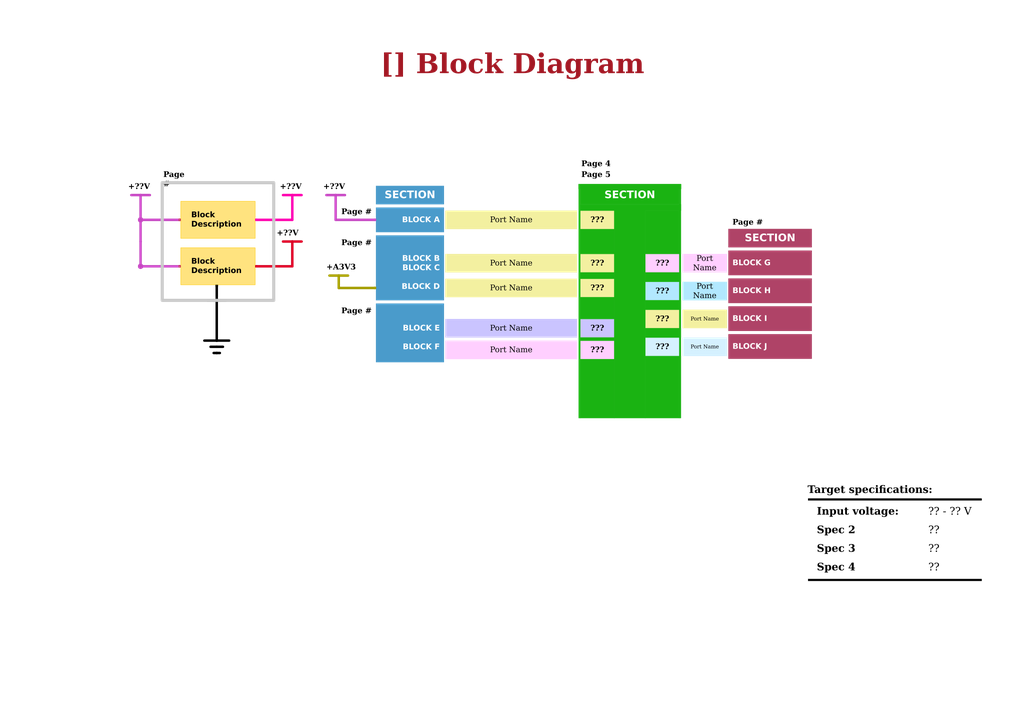
<source format=kicad_sch>
(kicad_sch
	(version 20231120)
	(generator "eeschema")
	(generator_version "8.0")
	(uuid "d4440dba-022e-49b2-97f2-6fc1871c7304")
	(paper "A3")
	(title_block
		(title "Block Diagram")
		(date "Last Modified Date")
		(rev "${REVISION}")
		(company "${COMPANY}")
	)
	(lib_symbols)
	(polyline
		(pts
			(xy 119.888 99.06) (xy 116.078 99.06)
		)
		(stroke
			(width 1.016)
			(type default)
			(color 212 0 32 1)
		)
		(uuid "0ad822fe-b2bf-4728-8a43-796a70a9fcef")
	)
	(polyline
		(pts
			(xy 137.668 80.01) (xy 141.478 80.01)
		)
		(stroke
			(width 1.016)
			(type default)
			(color 198 71 194 1)
		)
		(uuid "0c4f2c87-5668-4ab3-9f54-bb552b1160e0")
	)
	(polyline
		(pts
			(xy 105.156 90.17) (xy 119.888 90.17)
		)
		(stroke
			(width 1.016)
			(type default)
			(color 255 0 171 1)
		)
		(uuid "0ed64fab-7c93-4b9e-8488-f7bf9ddb0328")
	)
	(polyline
		(pts
			(xy 153.67 118.11) (xy 138.938 118.11)
		)
		(stroke
			(width 1.016)
			(type default)
			(color 162 155 0 1)
		)
		(uuid "10164b1f-38dc-4229-b35a-0e6d2f6fb9c8")
	)
	(polyline
		(pts
			(xy 88.9 139.7) (xy 93.98 139.7)
		)
		(stroke
			(width 1.016)
			(type default)
			(color 0 0 0 1)
		)
		(uuid "108b3f3d-7870-4a32-a39e-da98900ff511")
	)
	(polyline
		(pts
			(xy 153.67 90.17) (xy 137.668 90.17)
		)
		(stroke
			(width 1.016)
			(type default)
			(color 198 71 194 1)
		)
		(uuid "12ef2ddf-0ea9-47cc-b3da-b713337e7a4d")
	)
	(polyline
		(pts
			(xy 119.888 80.01) (xy 116.078 80.01)
		)
		(stroke
			(width 1.016)
			(type default)
			(color 255 0 171 1)
		)
		(uuid "1b0d0315-6656-4680-af25-b250f62ec5f3")
	)
	(polyline
		(pts
			(xy 57.658 80.01) (xy 57.658 90.17)
		)
		(stroke
			(width 1.016)
			(type default)
			(color 198 71 194 1)
		)
		(uuid "21a79648-61f0-4be6-a4a4-b98eeda65143")
	)
	(polyline
		(pts
			(xy 133.858 80.01) (xy 137.668 80.01)
		)
		(stroke
			(width 1.016)
			(type default)
			(color 198 71 194 1)
		)
		(uuid "21ea9e82-75fb-4584-ad6e-013b648b8538")
	)
	(polyline
		(pts
			(xy 119.888 99.06) (xy 119.888 109.22)
		)
		(stroke
			(width 1.016)
			(type default)
			(color 212 0 32 1)
		)
		(uuid "3a635095-522b-4f51-99df-2ea15d8aad82")
	)
	(polyline
		(pts
			(xy 138.938 113.03) (xy 142.748 113.03)
		)
		(stroke
			(width 1.016)
			(type default)
			(color 162 155 0 1)
		)
		(uuid "42197f6a-163c-4d9b-9d4e-be2b85d91c6d")
	)
	(polyline
		(pts
			(xy 90.17 144.78) (xy 88.9 144.78)
		)
		(stroke
			(width 1.016)
			(type default)
			(color 0 0 0 1)
		)
		(uuid "4843f438-0be6-4237-8e1d-81ed69202607")
	)
	(polyline
		(pts
			(xy 57.658 99.06) (xy 57.658 109.22)
		)
		(stroke
			(width 1.016)
			(type default)
			(color 198 71 194 1)
		)
		(uuid "53c7b6a5-f8b1-4162-bb5e-e28f608fc7b0")
	)
	(polyline
		(pts
			(xy 123.698 80.01) (xy 119.888 80.01)
		)
		(stroke
			(width 1.016)
			(type default)
			(color 255 0 171 1)
		)
		(uuid "5b1ffc3a-ecff-4205-9887-1fde1b3f29c7")
	)
	(polyline
		(pts
			(xy 83.82 139.7) (xy 88.9 139.7)
		)
		(stroke
			(width 1.016)
			(type default)
			(color 0 0 0 1)
		)
		(uuid "5c614747-4d35-44e5-a560-7918f1e9dd9d")
	)
	(polyline
		(pts
			(xy 57.658 90.17) (xy 57.658 99.06)
		)
		(stroke
			(width 1.016)
			(type default)
			(color 198 71 194 1)
		)
		(uuid "5ef7bb03-210f-4261-8725-59c7015ea800")
	)
	(polyline
		(pts
			(xy 73.66 109.22) (xy 57.658 109.22)
		)
		(stroke
			(width 1.016)
			(type default)
			(color 198 71 194 1)
		)
		(uuid "60c6e967-0c41-4893-b325-74fb054b4d29")
	)
	(polyline
		(pts
			(xy 73.66 90.17) (xy 57.658 90.17)
		)
		(stroke
			(width 1.016)
			(type default)
			(color 198 71 194 1)
		)
		(uuid "734689b6-313b-4ec0-8e2e-e0b491f895c4")
	)
	(polyline
		(pts
			(xy 53.848 80.01) (xy 57.658 80.01)
		)
		(stroke
			(width 1.016)
			(type default)
			(color 198 71 194 1)
		)
		(uuid "7ae1c493-e7e4-4dbb-bb88-6bab6e4eaeb6")
	)
	(polyline
		(pts
			(xy 57.658 80.01) (xy 61.468 80.01)
		)
		(stroke
			(width 1.016)
			(type default)
			(color 198 71 194 1)
		)
		(uuid "8c32da8a-4531-44a0-8824-bbf140ba9e6a")
	)
	(polyline
		(pts
			(xy 88.9 117.348) (xy 88.9 139.7)
		)
		(stroke
			(width 1.016)
			(type default)
			(color 0 0 0 1)
		)
		(uuid "8f1e723c-cb46-42d5-9f0d-53653b347507")
	)
	(polyline
		(pts
			(xy 88.9 123.19) (xy 85.09 123.19)
		)
		(stroke
			(width 1.016)
			(type default)
			(color 0 0 0 1)
		)
		(uuid "906413a8-3629-4e1f-a212-33f5f54b8ca3")
	)
	(polyline
		(pts
			(xy 137.668 80.01) (xy 137.668 90.17)
		)
		(stroke
			(width 1.016)
			(type default)
			(color 198 71 194 1)
		)
		(uuid "9e94e400-0ca7-4a19-9721-e89096fc8ef1")
	)
	(polyline
		(pts
			(xy 88.9 144.78) (xy 87.63 144.78)
		)
		(stroke
			(width 1.016)
			(type default)
			(color 0 0 0 1)
		)
		(uuid "9fd90c44-7057-4a26-a7ab-c33c5beb28e1")
	)
	(polyline
		(pts
			(xy 92.71 123.19) (xy 88.9 123.19)
		)
		(stroke
			(width 1.016)
			(type default)
			(color 0 0 0 1)
		)
		(uuid "a28c6aa9-e851-4c4a-a8b6-364b13034eaf")
	)
	(polyline
		(pts
			(xy 119.888 80.01) (xy 119.888 90.17)
		)
		(stroke
			(width 1.016)
			(type default)
			(color 255 0 171 1)
		)
		(uuid "a322456e-1e18-4992-b811-547b83e46d9a")
	)
	(polyline
		(pts
			(xy 123.698 99.06) (xy 119.888 99.06)
		)
		(stroke
			(width 1.016)
			(type default)
			(color 212 0 32 1)
		)
		(uuid "a97da915-ffc2-43ac-80c4-e7eb9cf7c5a5")
	)
	(polyline
		(pts
			(xy 138.938 113.03) (xy 138.938 118.11)
		)
		(stroke
			(width 1.016)
			(type default)
			(color 162 155 0 1)
		)
		(uuid "d3dfefd7-14b2-42bf-bfc0-0b28c195ff97")
	)
	(polyline
		(pts
			(xy 91.44 142.24) (xy 88.9 142.24)
		)
		(stroke
			(width 1.016)
			(type default)
			(color 0 0 0 1)
		)
		(uuid "e812ef17-820a-4d51-ab4b-214bf4a7ff4f")
	)
	(polyline
		(pts
			(xy 105.156 109.22) (xy 119.888 109.22)
		)
		(stroke
			(width 1.016)
			(type default)
			(color 212 0 32 1)
		)
		(uuid "e98c2a4a-d187-46a2-8813-e5c9e3527045")
	)
	(polyline
		(pts
			(xy 88.9 142.24) (xy 86.36 142.24)
		)
		(stroke
			(width 1.016)
			(type default)
			(color 0 0 0 1)
		)
		(uuid "ecec9f07-c25e-4a64-8539-dbb99696f340")
	)
	(polyline
		(pts
			(xy 135.128 113.03) (xy 138.938 113.03)
		)
		(stroke
			(width 1.016)
			(type default)
			(color 162 155 0 1)
		)
		(uuid "fcad9baf-054e-4bf8-8a63-c65f2b19baea")
	)
	(rectangle
		(start 104.775 108.839)
		(end 105.41 109.601)
		(stroke
			(width 0.25)
			(type default)
			(color 212 0 32 1)
		)
		(fill
			(type color)
			(color 212 0 32 1)
		)
		(uuid 0237e457-1554-43e7-a04a-9bbc304cb750)
	)
	(rectangle
		(start 237.998 147.32)
		(end 251.968 171.45)
		(stroke
			(width 0)
			(type default)
			(color 26 179 18 1)
		)
		(fill
			(type color)
			(color 26 179 18 1)
		)
		(uuid 05c43237-d989-46c7-a838-1fe3e687d325)
	)
	(rectangle
		(start 73.406 108.839)
		(end 74.041 109.601)
		(stroke
			(width 0.25)
			(type default)
			(color 200 50 50 1)
		)
		(fill
			(type color)
			(color 200 50 50 1)
		)
		(uuid 0d430dd7-6ee0-49d3-a0fa-6967402d4a3a)
	)
	(rectangle
		(start 264.668 123.19)
		(end 278.638 127)
		(stroke
			(width 0)
			(type default)
			(color 26 179 18 1)
		)
		(fill
			(type color)
			(color 26 179 18 1)
		)
		(uuid 18d023c4-e3f0-46c9-87ca-5d30d9cdf2c3)
	)
	(rectangle
		(start 74.168 82.55)
		(end 104.648 97.79)
		(stroke
			(width 0)
			(type default)
			(color 255 200 0 0.5019607843)
		)
		(fill
			(type color)
			(color 255 200 0 0.5019607843)
		)
		(uuid 2d9051c0-06cf-4e3a-9d86-de06c0d33079)
	)
	(rectangle
		(start 73.406 89.789)
		(end 74.041 90.551)
		(stroke
			(width 0.25)
			(type default)
			(color 200 50 50 1)
		)
		(fill
			(type color)
			(color 200 50 50 1)
		)
		(uuid 3070d984-75bc-40bb-a077-beeef2510c95)
	)
	(rectangle
		(start 237.998 121.92)
		(end 251.968 130.81)
		(stroke
			(width 0)
			(type default)
			(color 26 179 18 1)
		)
		(fill
			(type color)
			(color 26 179 18 1)
		)
		(uuid 39c3df59-f9d6-4c44-9610-c14f06418e27)
	)
	(rectangle
		(start 264.668 146.05)
		(end 278.638 171.45)
		(stroke
			(width 0)
			(type default)
			(color 26 179 18 1)
		)
		(fill
			(type color)
			(color 26 179 18 1)
		)
		(uuid 3a6c1391-840d-4a80-9739-78b63fe94339)
	)
	(rectangle
		(start 237.998 138.43)
		(end 251.968 139.7)
		(stroke
			(width 0)
			(type default)
			(color 26 179 18 1)
		)
		(fill
			(type color)
			(color 26 179 18 1)
		)
		(uuid 421816ca-5f12-4e86-8e69-316b379c8971)
	)
	(rectangle
		(start 237.363 75.565)
		(end 279.273 77.47)
		(stroke
			(width 0.254)
			(type default)
			(color 26 179 18 1)
		)
		(fill
			(type color)
			(color 26 179 18 1)
		)
		(uuid 55bb8f5d-1716-457c-ab18-7887e7f79c32)
	)
	(circle
		(center 57.658 109.22)
		(radius 1.016)
		(stroke
			(width 0)
			(type default)
			(color 198 71 194 1)
		)
		(fill
			(type color)
			(color 198 71 194 1)
		)
		(uuid 58ff020c-c0fb-495a-a8a3-92972d07ced1)
	)
	(rectangle
		(start 153.543 89.789)
		(end 154.178 90.551)
		(stroke
			(width 0.25)
			(type default)
			(color 198 71 194 1)
		)
		(fill
			(type color)
			(color 198 71 194 1)
		)
		(uuid 71a7bc8d-71ba-4784-b706-1c489dd4699b)
	)
	(rectangle
		(start 237.998 111.76)
		(end 251.968 114.3)
		(stroke
			(width 0)
			(type default)
			(color 26 179 18 1)
		)
		(fill
			(type color)
			(color 26 179 18 1)
		)
		(uuid 7b3048d9-9f27-43c5-89d8-687bf1563aee)
	)
	(rectangle
		(start 278.638 75.565)
		(end 279.273 171.45)
		(stroke
			(width 0)
			(type default)
			(color 26 179 18 1)
		)
		(fill
			(type color)
			(color 26 179 18 1)
		)
		(uuid 82b7fc9f-5c53-4bad-ac33-36ff04086978)
	)
	(rectangle
		(start 331.47 237.49)
		(end 402.59 238.252)
		(stroke
			(width 0)
			(type default)
			(color 0 0 0 1)
		)
		(fill
			(type color)
			(color 0 0 0 1)
		)
		(uuid 8956a1c0-282a-4b1e-927b-8bc74278d14f)
	)
	(rectangle
		(start 74.168 101.6)
		(end 104.648 116.84)
		(stroke
			(width 0)
			(type default)
			(color 255 200 0 0.5019607843)
		)
		(fill
			(type color)
			(color 255 200 0 0.5019607843)
		)
		(uuid a47826fc-526c-4a52-84ae-b6a04e3e3b0c)
	)
	(rectangle
		(start 237.998 83.82)
		(end 279.273 86.36)
		(stroke
			(width 0)
			(type default)
			(color 26 179 18 1)
		)
		(fill
			(type color)
			(color 26 179 18 1)
		)
		(uuid a952ed71-59f7-4034-9137-c9beed0052e5)
	)
	(rectangle
		(start 66.548 74.93)
		(end 112.268 123.19)
		(stroke
			(width 1.27)
			(type default)
			(color 200 200 200 1)
		)
		(fill
			(type none)
		)
		(uuid b5318274-8945-46d8-99fc-2fb62def5b67)
	)
	(rectangle
		(start 251.968 85.725)
		(end 264.668 171.45)
		(stroke
			(width 0)
			(type default)
			(color 26 179 18 1)
		)
		(fill
			(type color)
			(color 26 179 18 1)
		)
		(uuid b5912d90-a2e6-47a8-b37f-79df93690db6)
	)
	(rectangle
		(start 88.392 116.84)
		(end 89.408 117.602)
		(stroke
			(width 0.001)
			(type default)
			(color 0 0 0 1)
		)
		(fill
			(type color)
			(color 0 0 0 1)
		)
		(uuid b708d319-09b2-4d42-8c3b-186b2ae54113)
	)
	(rectangle
		(start 264.668 134.62)
		(end 278.638 138.43)
		(stroke
			(width 0)
			(type default)
			(color 26 179 18 1)
		)
		(fill
			(type color)
			(color 26 179 18 1)
		)
		(uuid bdbbf18e-6f1e-46bc-83ed-402e06ceb661)
	)
	(rectangle
		(start 264.668 111.76)
		(end 278.638 115.57)
		(stroke
			(width 0)
			(type default)
			(color 26 179 18 1)
		)
		(fill
			(type color)
			(color 26 179 18 1)
		)
		(uuid be3f6889-490c-44fa-9418-f01ed8476be7)
	)
	(rectangle
		(start 264.668 86.36)
		(end 278.638 104.14)
		(stroke
			(width 0)
			(type default)
			(color 26 179 18 1)
		)
		(fill
			(type color)
			(color 26 179 18 1)
		)
		(uuid cdf72398-0431-4b4b-8fdb-00fcbee68e2a)
	)
	(rectangle
		(start 331.47 204.47)
		(end 402.59 205.232)
		(stroke
			(width 0)
			(type default)
			(color 0 0 0 1)
		)
		(fill
			(type color)
			(color 0 0 0 1)
		)
		(uuid d631d51a-2515-45dc-a2c0-e57c4fee46cd)
	)
	(rectangle
		(start 237.363 75.565)
		(end 237.998 171.45)
		(stroke
			(width 0)
			(type default)
			(color 26 179 18 1)
		)
		(fill
			(type color)
			(color 26 179 18 1)
		)
		(uuid d92c43be-acae-42f6-9179-96820bcc6ef2)
	)
	(rectangle
		(start 104.775 89.789)
		(end 105.41 90.551)
		(stroke
			(width 0.25)
			(type default)
			(color 255 0 171 1)
		)
		(fill
			(type color)
			(color 255 0 171 1)
		)
		(uuid e7ce496d-41ff-4f99-ad4b-3310127e6767)
	)
	(rectangle
		(start 153.543 117.729)
		(end 154.178 118.491)
		(stroke
			(width 0.25)
			(type default)
			(color 162 155 0 1)
		)
		(fill
			(type color)
			(color 162 155 0 1)
		)
		(uuid f2563de6-36a4-46ea-b401-ec1c1b726413)
	)
	(rectangle
		(start 237.998 93.98)
		(end 251.968 104.14)
		(stroke
			(width 0)
			(type default)
			(color 26 179 18 1)
		)
		(fill
			(type color)
			(color 26 179 18 1)
		)
		(uuid f4ff3a95-a29b-44f5-99fe-90e2d6c5e225)
	)
	(circle
		(center 57.658 90.17)
		(radius 1.016)
		(stroke
			(width 0)
			(type default)
			(color 198 71 194 1)
		)
		(fill
			(type color)
			(color 198 71 194 1)
		)
		(uuid f91516a8-4921-4198-b3b9-99239f4ff99a)
	)
	(text_box "Spec 3"
		(exclude_from_sim no)
		(at 332.74 220.98 0)
		(size 41.91 7.62)
		(stroke
			(width -0.0001)
			(type default)
		)
		(fill
			(type none)
		)
		(effects
			(font
				(face "Times New Roman")
				(size 3.048 3.048)
				(thickness 0.4572)
				(bold yes)
				(color 0 0 0 1)
			)
			(justify left top)
		)
		(uuid "094af17b-7d27-428a-ac7d-32c4461d72c7")
	)
	(text_box "Block\nDescription"
		(exclude_from_sim no)
		(at 76.708 104.14 0)
		(size 25.4 10.16)
		(stroke
			(width -0.0001)
			(type default)
		)
		(fill
			(type none)
		)
		(effects
			(font
				(face "Arial")
				(size 2.286 2.286)
				(thickness 0.254)
				(bold yes)
				(color 0 0 0 1)
			)
			(justify left top)
		)
		(uuid "09ba23be-b0e7-4b83-8609-d145cf0340f4")
	)
	(text_box "???"
		(exclude_from_sim no)
		(at 237.998 104.14 0)
		(size 13.97 7.62)
		(stroke
			(width -0.0001)
			(type default)
		)
		(fill
			(type color)
			(color 243 240 160 1)
		)
		(effects
			(font
				(face "Times New Roman")
				(size 2.286 2.286)
				(bold yes)
				(color 0 0 0 1)
			)
		)
		(uuid "0aa0c4e1-070f-42df-94e3-eb4334e328f3")
	)
	(text_box "Spec 2"
		(exclude_from_sim no)
		(at 332.74 213.36 0)
		(size 43.18 7.62)
		(stroke
			(width -0.0001)
			(type default)
		)
		(fill
			(type none)
		)
		(effects
			(font
				(face "Times New Roman")
				(size 3.048 3.048)
				(thickness 0.4572)
				(bold yes)
				(color 0 0 0 1)
			)
			(justify left top)
		)
		(uuid "16ff5c12-a59a-498f-9a58-8440cea84b9d")
	)
	(text_box "Port Name"
		(exclude_from_sim no)
		(at 182.626 104.14 0)
		(size 54.102 7.62)
		(stroke
			(width -0.0001)
			(type default)
		)
		(fill
			(type color)
			(color 243 240 160 1)
		)
		(effects
			(font
				(face "Times New Roman")
				(size 2.286 2.286)
				(italic yes)
				(color 0 0 0 1)
			)
		)
		(uuid "1987247e-db63-4ffa-a72e-634d9843c64c")
	)
	(text_box "SECTION"
		(exclude_from_sim no)
		(at 237.998 76.2 0)
		(size 40.64 7.62)
		(stroke
			(width -0.0001)
			(type default)
		)
		(fill
			(type color)
			(color 26 179 18 1)
		)
		(effects
			(font
				(face "Arial")
				(size 3.048 3.048)
				(bold yes)
				(color 255 255 255 1)
			)
		)
		(uuid "1d0d83c3-74d6-4a1f-8c3f-65fbe3fb5ec9")
	)
	(text_box "Port Name"
		(exclude_from_sim no)
		(at 182.626 139.7 0)
		(size 54.102 7.62)
		(stroke
			(width -0.0001)
			(type default)
		)
		(fill
			(type color)
			(color 255 207 255 1)
		)
		(effects
			(font
				(face "Times New Roman")
				(size 2.286 2.286)
				(italic yes)
				(color 0 0 0 1)
			)
		)
		(uuid "205684f9-9b3f-4aef-bbd6-2a2cbf506b65")
	)
	(text_box "???"
		(exclude_from_sim no)
		(at 237.998 114.3 0)
		(size 13.97 7.62)
		(stroke
			(width -0.0001)
			(type default)
		)
		(fill
			(type color)
			(color 243 240 160 1)
		)
		(effects
			(font
				(face "Times New Roman")
				(size 2.286 2.286)
				(bold yes)
				(color 0 0 0 1)
			)
		)
		(uuid "2576afd7-0caa-4c76-bd9f-222a1d2c4dc0")
	)
	(text_box "???"
		(exclude_from_sim no)
		(at 237.998 86.36 0)
		(size 13.97 7.62)
		(stroke
			(width -0.0001)
			(type default)
		)
		(fill
			(type color)
			(color 243 240 160 1)
		)
		(effects
			(font
				(face "Times New Roman")
				(size 2.286 2.286)
				(bold yes)
				(color 0 0 0 1)
			)
		)
		(uuid "29f18459-3b0c-4e53-a96d-cae677d37f45")
	)
	(text_box "Page #"
		(exclude_from_sim no)
		(at 298.704 88.138 0)
		(size 17.78 5.08)
		(stroke
			(width -0.0001)
			(type default)
		)
		(fill
			(type none)
		)
		(effects
			(font
				(face "Times New Roman")
				(size 2.286 2.286)
				(thickness 0.4572)
				(bold yes)
				(color 0 0 0 1)
			)
			(justify left top)
			(href "#8")
		)
		(uuid "2c748904-640a-4790-9cd3-81e6145a1f3e")
	)
	(text_box "Port Name"
		(exclude_from_sim no)
		(at 279.908 104.14 0)
		(size 18.288 7.62)
		(stroke
			(width -0.0001)
			(type default)
		)
		(fill
			(type color)
			(color 255 207 255 1)
		)
		(effects
			(font
				(face "Times New Roman")
				(size 2.286 2.286)
				(italic yes)
				(color 0 0 0 1)
			)
		)
		(uuid "2eccac48-a697-4b98-a3f1-dcbeefca3094")
	)
	(text_box "Input voltage:"
		(exclude_from_sim no)
		(at 332.74 205.74 0)
		(size 41.91 7.62)
		(stroke
			(width -0.0001)
			(type default)
		)
		(fill
			(type none)
		)
		(effects
			(font
				(face "Times New Roman")
				(size 3.048 3.048)
				(thickness 0.4572)
				(bold yes)
				(color 0 0 0 1)
			)
			(justify left top)
		)
		(uuid "347e7e61-7c93-449c-8c65-b1d74937394e")
	)
	(text_box "Port Name"
		(exclude_from_sim no)
		(at 182.626 86.36 0)
		(size 54.102 7.62)
		(stroke
			(width -0.0001)
			(type default)
		)
		(fill
			(type color)
			(color 243 240 160 1)
		)
		(effects
			(font
				(face "Times New Roman")
				(size 2.286 2.286)
				(italic yes)
				(color 0 0 0 1)
			)
		)
		(uuid "34f97dad-9bc3-424e-b006-bedf003458aa")
	)
	(text_box "??"
		(exclude_from_sim no)
		(at 378.46 228.6 0)
		(size 24.13 7.62)
		(stroke
			(width -0.0001)
			(type default)
		)
		(fill
			(type none)
		)
		(effects
			(font
				(face "Times New Roman")
				(size 3.048 3.048)
				(color 0 0 0 1)
			)
			(justify left top)
		)
		(uuid "37354c60-dbdb-4aa1-a2b0-e6db1fd7a12e")
	)
	(text_box "??"
		(exclude_from_sim no)
		(at 378.46 213.36 0)
		(size 24.13 7.62)
		(stroke
			(width -0.0001)
			(type default)
		)
		(fill
			(type none)
		)
		(effects
			(font
				(face "Times New Roman")
				(size 3.048 3.048)
				(color 0 0 0 1)
			)
			(justify left top)
		)
		(uuid "3d9a8928-04fd-4c32-8894-e3210045027d")
	)
	(text_box "\nBLOCK E\n\nBLOCK F"
		(exclude_from_sim no)
		(at 154.178 124.46 0)
		(size 27.94 24.13)
		(stroke
			(width -0.0001)
			(type default)
		)
		(fill
			(type color)
			(color 74 155 203 1)
		)
		(effects
			(font
				(face "Arial")
				(size 2.286 2.286)
				(bold yes)
				(color 255 255 255 1)
			)
			(justify right)
		)
		(uuid "4299d747-90ff-4a47-9b32-97c12f9ab979")
	)
	(text_box "Port Name"
		(exclude_from_sim no)
		(at 279.908 127 0)
		(size 18.288 7.62)
		(stroke
			(width -0.0001)
			(type default)
		)
		(fill
			(type color)
			(color 243 240 160 1)
		)
		(effects
			(font
				(face "Times New Roman")
				(size 1.524 1.524)
				(italic yes)
				(color 0 0 0 1)
			)
		)
		(uuid "4616f06b-0c0c-4da0-aaa7-60ade012707d")
	)
	(text_box "Port Name"
		(exclude_from_sim no)
		(at 182.626 130.81 0)
		(size 54.102 7.62)
		(stroke
			(width -0.0001)
			(type default)
		)
		(fill
			(type color)
			(color 202 196 255 1)
		)
		(effects
			(font
				(face "Times New Roman")
				(size 2.286 2.286)
				(italic yes)
				(color 0 0 0 1)
			)
		)
		(uuid "4be2fbb4-9521-4c43-b13b-45298595a8b7")
	)
	(text_box "SECTION"
		(exclude_from_sim no)
		(at 298.704 93.853 0)
		(size 34.29 7.62)
		(stroke
			(width -0.0001)
			(type default)
		)
		(fill
			(type color)
			(color 175 67 103 1)
		)
		(effects
			(font
				(face "Arial")
				(size 3.048 3.048)
				(bold yes)
				(color 255 255 255 1)
			)
		)
		(uuid "50f90389-4852-4d94-a1e5-f12357304e05")
	)
	(text_box "BLOCK A"
		(exclude_from_sim no)
		(at 154.178 85.09 0)
		(size 27.94 10.16)
		(stroke
			(width -0.0001)
			(type default)
		)
		(fill
			(type color)
			(color 74 155 203 1)
		)
		(effects
			(font
				(face "Arial")
				(size 2.286 2.286)
				(bold yes)
				(color 255 255 255 1)
			)
			(justify right)
		)
		(uuid "5a2e6555-9060-4d4a-9a34-a05560ac30d8")
	)
	(text_box "BLOCK I"
		(exclude_from_sim no)
		(at 298.704 125.603 0)
		(size 34.29 10.16)
		(stroke
			(width -0.0001)
			(type default)
		)
		(fill
			(type color)
			(color 175 67 103 1)
		)
		(effects
			(font
				(face "Arial")
				(size 2.286 2.286)
				(bold yes)
				(color 255 255 255 1)
			)
			(justify left)
		)
		(uuid "5f14182b-c93f-4d15-9db7-1a029aadad7b")
	)
	(text_box "BLOCK G"
		(exclude_from_sim no)
		(at 298.704 102.743 0)
		(size 34.29 10.16)
		(stroke
			(width -0.0001)
			(type default)
		)
		(fill
			(type color)
			(color 175 67 103 1)
		)
		(effects
			(font
				(face "Arial")
				(size 2.286 2.286)
				(bold yes)
				(color 255 255 255 1)
			)
			(justify left)
		)
		(uuid "6f80972b-0868-4998-bb39-1d5e548cee7c")
	)
	(text_box "[${#}] ${TITLE}"
		(exclude_from_sim no)
		(at 144.78 20.32 0)
		(size 130.81 12.7)
		(stroke
			(width -0.0001)
			(type default)
		)
		(fill
			(type none)
		)
		(effects
			(font
				(face "Times New Roman")
				(size 8 8)
				(thickness 1.2)
				(bold yes)
				(color 162 22 34 1)
			)
		)
		(uuid "73b2b29c-2473-4e80-be0b-4f57c6856c3e")
	)
	(text_box "Page #"
		(exclude_from_sim no)
		(at 65.278 68.58 0)
		(size 13.97 5.08)
		(stroke
			(width -0.0001)
			(type default)
		)
		(fill
			(type none)
		)
		(effects
			(font
				(face "Times New Roman")
				(size 2.286 2.286)
				(thickness 0.4572)
				(bold yes)
				(color 0 0 0 1)
			)
			(justify left top)
		)
		(uuid "7d0acf89-7773-4e7f-ac89-c1f23d71a151")
	)
	(text_box "Page #"
		(exclude_from_sim no)
		(at 136.398 124.46 0)
		(size 17.78 5.08)
		(stroke
			(width -0.0001)
			(type default)
		)
		(fill
			(type none)
		)
		(effects
			(font
				(face "Times New Roman")
				(size 2.286 2.286)
				(thickness 0.4572)
				(bold yes)
				(color 0 0 0 1)
			)
			(justify right top)
			(href "#")
		)
		(uuid "7e1549f9-ed1a-486d-b663-7ab14f355318")
	)
	(text_box "Target specifications:"
		(exclude_from_sim no)
		(at 328.93 196.85 0)
		(size 73.66 7.62)
		(stroke
			(width -0.0001)
			(type default)
		)
		(fill
			(type none)
		)
		(effects
			(font
				(face "Times New Roman")
				(size 3.048 3.048)
				(thickness 0.4572)
				(bold yes)
				(color 0 0 0 1)
			)
			(justify left top)
		)
		(uuid "874bfc99-fafe-40d4-b7af-9ddb98b61eea")
	)
	(text_box "??"
		(exclude_from_sim no)
		(at 378.46 220.98 0)
		(size 24.13 7.62)
		(stroke
			(width -0.0001)
			(type default)
		)
		(fill
			(type none)
		)
		(effects
			(font
				(face "Times New Roman")
				(size 3.048 3.048)
				(color 0 0 0 1)
			)
			(justify left top)
		)
		(uuid "8d13c5b4-c5e0-49ad-8e30-5a14333c15f4")
	)
	(text_box "???"
		(exclude_from_sim no)
		(at 237.998 130.81 0)
		(size 13.97 7.62)
		(stroke
			(width -0.0001)
			(type default)
		)
		(fill
			(type color)
			(color 202 196 255 1)
		)
		(effects
			(font
				(face "Times New Roman")
				(size 2.286 2.286)
				(bold yes)
				(color 0 0 0 1)
			)
		)
		(uuid "8d5e3fa3-e0ae-46de-9bca-be5f9d003da2")
	)
	(text_box "Page #"
		(exclude_from_sim no)
		(at 136.398 83.82 0)
		(size 17.78 5.08)
		(stroke
			(width -0.0001)
			(type default)
		)
		(fill
			(type none)
		)
		(effects
			(font
				(face "Times New Roman")
				(size 2.286 2.286)
				(thickness 0.4572)
				(bold yes)
				(color 0 0 0 1)
			)
			(justify right top)
		)
		(uuid "9e4a510b-5c75-46a6-9e6e-397aa68ebd40")
	)
	(text_box "SECTION"
		(exclude_from_sim no)
		(at 154.178 76.2 0)
		(size 27.94 7.62)
		(stroke
			(width -0.0001)
			(type default)
		)
		(fill
			(type color)
			(color 74 155 203 1)
		)
		(effects
			(font
				(face "Arial")
				(size 3.048 3.048)
				(bold yes)
				(color 255 255 255 1)
			)
		)
		(uuid "a5dfea43-92a3-4c4a-a914-eb784ef96d73")
	)
	(text_box "?? - ?? V"
		(exclude_from_sim no)
		(at 378.46 205.74 0)
		(size 24.13 7.62)
		(stroke
			(width -0.0001)
			(type default)
		)
		(fill
			(type none)
		)
		(effects
			(font
				(face "Times New Roman")
				(size 3.048 3.048)
				(color 0 0 0 1)
			)
			(justify left top)
		)
		(uuid "aa388299-5267-444a-a70f-fbbbf3a9efdc")
	)
	(text_box "???"
		(exclude_from_sim no)
		(at 237.998 139.7 0)
		(size 13.97 7.62)
		(stroke
			(width -0.0001)
			(type default)
		)
		(fill
			(type color)
			(color 255 207 255 1)
		)
		(effects
			(font
				(face "Times New Roman")
				(size 2.286 2.286)
				(bold yes)
				(color 0 0 0 1)
			)
		)
		(uuid "ab21cef4-7adc-4acc-bdaa-b46c7f774ce6")
	)
	(text_box "???"
		(exclude_from_sim no)
		(at 264.668 138.43 0)
		(size 13.97 7.62)
		(stroke
			(width -0.0001)
			(type default)
		)
		(fill
			(type color)
			(color 213 241 255 1)
		)
		(effects
			(font
				(face "Times New Roman")
				(size 2.286 2.286)
				(bold yes)
				(color 0 0 0 1)
			)
		)
		(uuid "ac56c48c-4a2e-4776-9858-933bd22ee6ee")
	)
	(text_box "Page 4"
		(exclude_from_sim no)
		(at 236.728 64.135 0)
		(size 24.765 5.08)
		(stroke
			(width -0.0001)
			(type default)
		)
		(fill
			(type none)
		)
		(effects
			(font
				(face "Times New Roman")
				(size 2.286 2.286)
				(thickness 0.4572)
				(bold yes)
				(color 0 0 0 1)
			)
			(justify left top)
		)
		(uuid "af913ec4-8a49-4345-bec6-fafb6d986bc2")
	)
	(text_box "???"
		(exclude_from_sim no)
		(at 264.668 127 0)
		(size 13.97 7.62)
		(stroke
			(width -0.0001)
			(type default)
		)
		(fill
			(type color)
			(color 243 240 160 1)
		)
		(effects
			(font
				(face "Times New Roman")
				(size 2.286 2.286)
				(bold yes)
				(color 0 0 0 1)
			)
		)
		(uuid "b25023e5-acfa-4102-bb80-efad95c74d40")
	)
	(text_box "???"
		(exclude_from_sim no)
		(at 264.668 115.57 0)
		(size 13.97 7.62)
		(stroke
			(width -0.0001)
			(type default)
		)
		(fill
			(type color)
			(color 178 232 255 1)
		)
		(effects
			(font
				(face "Times New Roman")
				(size 2.286 2.286)
				(bold yes)
				(color 0 0 0 1)
			)
		)
		(uuid "c2c0d0c9-0dec-46a5-9473-b81815342d7b")
	)
	(text_box "Port Name"
		(exclude_from_sim no)
		(at 182.626 114.3 0)
		(size 54.102 7.62)
		(stroke
			(width -0.0001)
			(type default)
		)
		(fill
			(type color)
			(color 243 240 160 1)
		)
		(effects
			(font
				(face "Times New Roman")
				(size 2.286 2.286)
				(italic yes)
				(color 0 0 0 1)
			)
		)
		(uuid "c7f141f1-0a13-41d6-9001-79167345df61")
	)
	(text_box "Port Name"
		(exclude_from_sim no)
		(at 279.908 115.57 0)
		(size 18.288 7.62)
		(stroke
			(width -0.0001)
			(type default)
		)
		(fill
			(type color)
			(color 178 232 255 1)
		)
		(effects
			(font
				(face "Times New Roman")
				(size 2.286 2.286)
				(italic yes)
				(color 0 0 0 1)
			)
		)
		(uuid "ce8d5aa2-32fa-41ab-879e-c8a14b311e71")
	)
	(text_box "BLOCK J"
		(exclude_from_sim no)
		(at 298.704 137.033 0)
		(size 34.29 10.16)
		(stroke
			(width -0.0001)
			(type default)
		)
		(fill
			(type color)
			(color 175 67 103 1)
		)
		(effects
			(font
				(face "Arial")
				(size 2.286 2.286)
				(bold yes)
				(color 255 255 255 1)
			)
			(justify left)
		)
		(uuid "d11c5cc0-b2d5-4819-92dd-51b892f4bd76")
	)
	(text_box "Port Name"
		(exclude_from_sim no)
		(at 279.908 138.43 0)
		(size 18.288 7.62)
		(stroke
			(width -0.0001)
			(type default)
		)
		(fill
			(type color)
			(color 213 241 255 1)
		)
		(effects
			(font
				(face "Times New Roman")
				(size 1.524 1.524)
				(italic yes)
				(color 0 0 0 1)
			)
		)
		(uuid "d95aa69c-63fb-4b5d-9978-ffe4aa9ad079")
	)
	(text_box "???"
		(exclude_from_sim no)
		(at 264.668 104.14 0)
		(size 13.97 7.62)
		(stroke
			(width -0.0001)
			(type default)
		)
		(fill
			(type color)
			(color 255 207 255 1)
		)
		(effects
			(font
				(face "Times New Roman")
				(size 2.286 2.286)
				(bold yes)
				(color 0 0 0 1)
			)
		)
		(uuid "e2d08c91-25de-4e80-a665-a7cd6ec63101")
	)
	(text_box "Page 5"
		(exclude_from_sim no)
		(at 236.728 68.58 0)
		(size 24.765 5.08)
		(stroke
			(width -0.0001)
			(type default)
		)
		(fill
			(type none)
		)
		(effects
			(font
				(face "Times New Roman")
				(size 2.286 2.286)
				(thickness 0.4572)
				(bold yes)
				(color 0 0 0 1)
			)
			(justify left top)
			(href "#5")
		)
		(uuid "e8b722a7-e885-4392-8585-c14113718643")
	)
	(text_box "Page #"
		(exclude_from_sim no)
		(at 136.398 96.52 0)
		(size 17.78 5.08)
		(stroke
			(width -0.0001)
			(type default)
		)
		(fill
			(type none)
		)
		(effects
			(font
				(face "Times New Roman")
				(size 2.286 2.286)
				(thickness 0.4572)
				(bold yes)
				(color 0 0 0 1)
			)
			(justify right top)
		)
		(uuid "ed339cec-4d03-443c-9621-bdc36e032f0f")
	)
	(text_box "\nBLOCK B\nBLOCK C\n\nBLOCK D"
		(exclude_from_sim no)
		(at 154.178 96.52 0)
		(size 27.94 26.67)
		(stroke
			(width -0.0001)
			(type default)
		)
		(fill
			(type color)
			(color 74 155 203 1)
		)
		(effects
			(font
				(face "Arial")
				(size 2.286 2.286)
				(bold yes)
				(color 255 255 255 1)
			)
			(justify right)
		)
		(uuid "ed5022fd-7df6-48a2-9346-7cffbd945cc2")
	)
	(text_box "Spec 4"
		(exclude_from_sim no)
		(at 332.74 228.6 0)
		(size 44.45 7.62)
		(stroke
			(width -0.0001)
			(type default)
		)
		(fill
			(type none)
		)
		(effects
			(font
				(face "Times New Roman")
				(size 3.048 3.048)
				(thickness 0.4572)
				(bold yes)
				(color 0 0 0 1)
			)
			(justify left top)
		)
		(uuid "f73ecd5d-28d4-4dc6-ad8d-2c156959b733")
	)
	(text_box "Block\nDescription"
		(exclude_from_sim no)
		(at 76.708 85.09 0)
		(size 25.4 10.16)
		(stroke
			(width -0.0001)
			(type default)
		)
		(fill
			(type none)
		)
		(effects
			(font
				(face "Arial")
				(size 2.286 2.286)
				(thickness 0.254)
				(bold yes)
				(color 0 0 0 1)
			)
			(justify left top)
		)
		(uuid "fa5980b9-e4f3-4da8-ab01-e73489c1ad9d")
	)
	(text_box "BLOCK H"
		(exclude_from_sim no)
		(at 298.704 114.173 0)
		(size 34.29 10.16)
		(stroke
			(width -0.0001)
			(type default)
		)
		(fill
			(type color)
			(color 175 67 103 1)
		)
		(effects
			(font
				(face "Arial")
				(size 2.286 2.286)
				(bold yes)
				(color 255 255 255 1)
			)
			(justify left)
		)
		(uuid "fd61c9c5-9a5f-4021-bb34-8e82244796ab")
	)
	(text "+??V"
		(exclude_from_sim no)
		(at 123.698 78.74 0)
		(effects
			(font
				(face "Times New Roman")
				(size 2.286 2.286)
				(thickness 0.4572)
				(bold yes)
				(color 0 0 0 1)
			)
			(justify right bottom)
		)
		(uuid "21652dff-f089-4644-9826-ab550c17fe1e")
	)
	(text "+??V"
		(exclude_from_sim no)
		(at 122.428 97.79 0)
		(effects
			(font
				(face "Times New Roman")
				(size 2.286 2.286)
				(thickness 0.4572)
				(bold yes)
				(color 0 0 0 1)
			)
			(justify right bottom)
		)
		(uuid "39b0f7d1-5592-43ea-b435-cece3488b03d")
	)
	(text "+??V"
		(exclude_from_sim no)
		(at 132.588 78.74 0)
		(effects
			(font
				(face "Times New Roman")
				(size 2.286 2.286)
				(thickness 0.4572)
				(bold yes)
				(color 0 0 0 1)
			)
			(justify left bottom)
		)
		(uuid "61bcd564-dc47-4abd-8776-b89cef66ed38")
	)
	(text "+A3V3"
		(exclude_from_sim no)
		(at 133.858 111.76 0)
		(effects
			(font
				(face "Times New Roman")
				(size 2.286 2.286)
				(thickness 0.4572)
				(bold yes)
				(color 0 0 0 1)
			)
			(justify left bottom)
		)
		(uuid "9f95118d-0d59-44c2-9418-d899cdef91d3")
	)
	(text "+??V"
		(exclude_from_sim no)
		(at 52.578 78.74 0)
		(effects
			(font
				(face "Times New Roman")
				(size 2.286 2.286)
				(thickness 0.4572)
				(bold yes)
				(color 0 0 0 1)
			)
			(justify left bottom)
		)
		(uuid "a2780b80-7238-4e12-9f78-ef54d66dcccc")
	)
)

</source>
